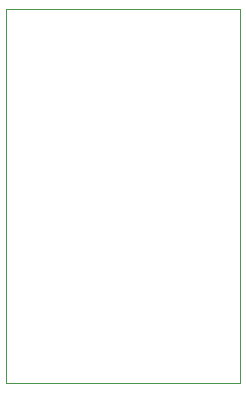
<source format=gm1>
%FSLAX25Y25*%
%MOIN*%
G70*
G01*
G75*
G04 Layer_Color=16711935*
%ADD10R,0.05500X0.08000*%
%ADD11R,0.12000X0.15000*%
%ADD12R,0.01500X0.02000*%
%ADD13R,0.02000X0.01500*%
%ADD14R,0.01575X0.01969*%
%ADD15R,0.02500X0.03000*%
%ADD16R,0.02000X0.02000*%
%ADD17R,0.00984X0.01969*%
%ADD18R,0.04331X0.04724*%
%ADD19R,0.03937X0.06299*%
%ADD20R,0.01575X0.01850*%
%ADD21R,0.06693X0.03740*%
%ADD22R,0.01575X0.01850*%
%ADD23R,0.01181X0.02598*%
%ADD24R,0.01575X0.01929*%
%ADD25R,0.01181X0.01929*%
%ADD26R,0.14961X0.12047*%
%ADD27R,0.02756X0.01575*%
%ADD28C,0.02000*%
%ADD29C,0.02500*%
%ADD30C,0.01000*%
%ADD31C,0.01500*%
%ADD32C,0.00800*%
%ADD33C,0.04000*%
%ADD34C,0.00700*%
%ADD35C,0.00500*%
%ADD36C,0.00600*%
%ADD37C,0.01200*%
%ADD38R,0.01969X0.00787*%
%ADD39R,0.04134X0.05512*%
%ADD40C,0.08268*%
%ADD41O,0.17716X0.06299*%
%ADD42O,0.06299X0.15748*%
%ADD43O,0.15748X0.06299*%
%ADD44C,0.02000*%
%ADD45C,0.05000*%
%ADD46C,0.04000*%
%ADD47C,0.00394*%
%ADD48C,0.00591*%
%ADD49R,0.01673X0.01673*%
%ADD50R,0.06693X0.05118*%
%ADD51R,0.06093X0.03140*%
%ADD52R,0.01378X0.01654*%
%ADD53R,0.00984X0.02402*%
%ADD54R,0.02362X0.01181*%
%ADD55R,0.03500X0.06000*%
%ADD56R,0.12787X0.15787*%
%ADD57R,0.01900X0.02400*%
%ADD58R,0.02400X0.01900*%
%ADD59R,0.01975X0.02369*%
%ADD60R,0.02900X0.03400*%
%ADD61R,0.02400X0.02400*%
%ADD62R,0.01378X0.02362*%
%ADD63R,0.04731X0.05124*%
%ADD64R,0.04337X0.06699*%
%ADD65R,0.01975X0.02250*%
%ADD66R,0.07093X0.04140*%
%ADD67R,0.02135X0.02410*%
%ADD68R,0.01741X0.03158*%
%ADD69R,0.01775X0.02129*%
%ADD70R,0.01381X0.02129*%
%ADD71R,0.15161X0.12247*%
%ADD72R,0.03150X0.01969*%
%ADD73R,0.02362X0.01181*%
%ADD74C,0.05118*%
%ADD75C,0.00800*%
%ADD76C,0.09068*%
%ADD77C,0.01400*%
%ADD78C,0.05800*%
%ADD79C,0.04800*%
%ADD80C,0.00100*%
D80*
X0Y0D02*
X77900D01*
Y124700D01*
X0D02*
X77900D01*
X0Y0D02*
Y124700D01*
M02*

</source>
